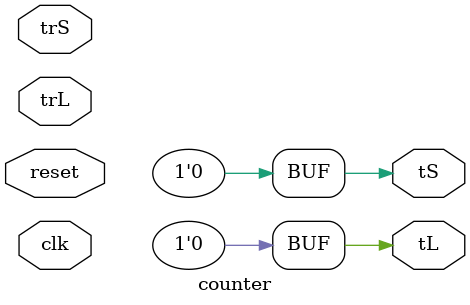
<source format=v>
module counter (
    input clk,
    input reset,
    input trL,
    input trS,
    output tL,
    output tS);

    parameter lvalue = 2;
    parameter svalue = 4;

    assign tL = 0;
    assign tS = 0;

endmodule

</source>
